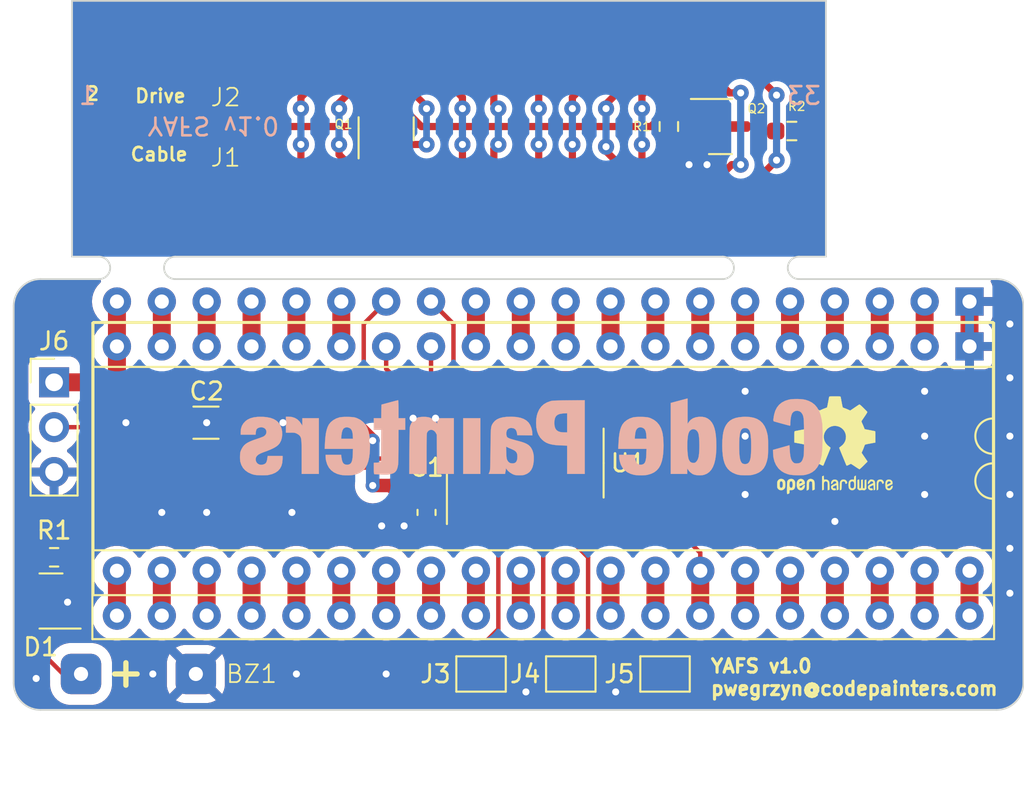
<source format=kicad_pcb>
(kicad_pcb (version 20221018) (generator pcbnew)
  (layers (0 "F.Cu" signal) (31 "B.Cu" signal) (34 "B.Paste" user) (35 "F.Paste" user) (36 "B.SilkS" user "B.Silkscreen") (37 "F.SilkS" user "F.Silkscreen") (38 "B.Mask" user) (39 "F.Mask" user) (44 "Edge.Cuts" user))
  (net 0 "")
  (net 1 "/~{SEL0}")
  (net 2 "/~{MTRON}")
  (net 3 "Net-(Q1-D)")
  (net 4 "GND")
  (net 5 "Net-(Q2-D)")
  (net 6 "/~{RDY}")
  (net 7 "Net-(J1-Pin_2)")
  (net 8 "Net-(J1-Pin_4)")
  (net 9 "Net-(J1-Pin_6)")
  (net 10 "Net-(J1-Pin_8)")
  (net 11 "Net-(J1-Pin_12)")
  (net 12 "Net-(J1-Pin_14)")
  (net 13 "Net-(J1-Pin_18)")
  (net 14 "Net-(J1-Pin_20)")
  (net 15 "Net-(J1-Pin_22)")
  (net 16 "Net-(J1-Pin_24)")
  (net 17 "Net-(J1-Pin_26)")
  (net 18 "Net-(J1-Pin_28)")
  (net 19 "Net-(J1-Pin_30)")
  (net 20 "Net-(J1-Pin_32)")
  (net 21 "VCC")
  (net 22 "/P2")
  (net 23 "/P3")
  (net 24 "/P4")
  (net 25 "/P5")
  (net 26 "/P6")
  (net 27 "/P7")
  (net 28 "/P8")
  (net 29 "/P9")
  (net 30 "/P10")
  (net 31 "/P11")
  (net 32 "/P12")
  (net 33 "/P15")
  (net 34 "/P16")
  (net 35 "/P17")
  (net 36 "/P18")
  (net 37 "/P19")
  (net 38 "/P21")
  (net 39 "/P22")
  (net 40 "/P23")
  (net 41 "/P24")
  (net 42 "/P25")
  (net 43 "/P26")
  (net 44 "/P27")
  (net 45 "/P28")
  (net 46 "/P29")
  (net 47 "/P30")
  (net 48 "/P31")
  (net 49 "/P32")
  (net 50 "/P33")
  (net 51 "/~{RES}")
  (net 52 "/P35")
  (net 53 "/P36")
  (net 54 "/P37")
  (net 55 "/P38")
  (net 56 "/P39")
  (net 57 "/P40")
  (net 58 "/BZR")
  (net 59 "/CFG1")
  (net 60 "/CFG2")
  (net 61 "/CFG3")
  (net 62 "/UPDI")
  (net 64 "Net-(BZ1--)")
  (net 65 "/SEL0_OUT")
  (net 66 "/SEL1_OUT")
  (net 67 "/SEL0_IN")
  (net 68 "/SEL1_IN")
  (footprint "Jumper:SolderJumper-2_P1.3mm_Open_TrianglePad1.0x1.5mm" (layer "F.Cu") (at 62.013 62.23)
    (fp_text reference "J5")
    (fp_text value "CFG3")
  )
  (footprint "Package_DIP:DIP-40_W15.24mm_Socket" (layer "F.Cu") (at 79.248 43.688 -90)
    (fp_text reference "J2" hide)
    (fp_text value "Socket")
  )
  (footprint "Resistor_SMD:R_0603_1608Metric_Pad0.98x0.95mm_HandSolder" (layer "F.Cu") (at 62.23 31.242 -90)
    (fp_text reference "R1")
    (fp_text value "10k" hide)
  )
  (footprint "Package_TO_SOT_SMD:SOT-23" (layer "F.Cu") (at 65.151 31.242)
    (fp_text reference "Q2")
    (fp_text value "BSS123" hide)
  )
  (footprint "Package_TO_SOT_SMD:SOT-23" (layer "F.Cu") (at 27.2565 58.1 180)
    (fp_text reference "D1")
    (fp_text value "BAT54C")
  )
  (footprint "Connector_PinHeader_2.54mm:PinHeader_1x03_P2.54mm_Vertical" (layer "F.Cu") (at 27.432 45.72)
    (fp_text reference "J6")
    (fp_text value "UPDI")
  )
  (footprint "Resistor_SMD:R_0603_1608Metric" (layer "F.Cu") (at 27.432 55.626 180)
    (fp_text reference "R1")
    (fp_text value "120R")
  )
  (footprint "Package_SO:SOIC-14_3.9x8.7mm_P1.27mm" (layer "F.Cu") (at 54.102 50.292 90)
    (fp_text reference "U1")
    (fp_text value "ATtiny404-SS")
  )
  (footprint "amiboot:buzzer" (layer "F.Cu") (at 28.956 62.23)
    (fp_text reference "BZ1")
    (fp_text value "Buzzer")
  )
  (footprint "Capacitor_SMD:C_1206_3216Metric_Pad1.33x1.80mm_HandSolder" (layer "F.Cu") (at 36.0295 48.006)
    (fp_text reference "C2")
    (fp_text value "1uF")
  )
  (footprint "Jumper:SolderJumper-2_P1.3mm_Open_TrianglePad1.0x1.5mm" (layer "F.Cu") (at 56.679 62.23)
    (fp_text reference "J4")
    (fp_text value "CFG2")
  )
  (footprint "Package_TO_SOT_SMD:SOT-23" (layer "F.Cu") (at 46.228 31.369 90)
    (fp_text reference "Q1")
    (fp_text value "DMG2301L" hide)
  )
  (footprint "Jumper:SolderJumper-2_P1.3mm_Open_TrianglePad1.0x1.5mm" (layer "F.Cu") (at 51.599 62.23)
    (fp_text reference "J3")
    (fp_text value "CFG1")
  )
  (footprint "Capacitor_SMD:C_0603_1608Metric_Pad1.08x0.95mm_HandSolder" (layer "F.Cu") (at 48.514 53.086 -90)
    (fp_text reference "C1")
    (fp_text value "100nF")
  )
  (footprint "Resistor_SMD:R_0603_1608Metric_Pad0.98x0.95mm_HandSolder" (layer "F.Cu") (at 69.1915 31.496)
    (fp_text reference "R2")
    (fp_text value "100R" hide)
  )
  (footprint "Package_DIP:DIP-40_W15.24mm" (layer "F.Cu") (at 79.248 41.148 -90)
    (fp_text reference "J1" hide)
    (fp_text value "Pins")
  )
  (footprint "Symbol:OSHW-Logo2_7.3x6mm_SilkScreen" (layer "F.Cu") (at 71.628 49.276)
    (fp_text reference "REF**" hide)
    (fp_text value "OSHW-Logo2_7.3x6mm_SilkScreen" hide)
  )
  (footprint "amiboot:logo" (layer "B.Cu") (at 54.102 50.292 180)
    (fp_text reference "REF**" hide)
    (fp_text value "logo" hide)
  )
  (footprint "pcb_df1:idc34_edge" (layer "B.Cu") (at 29.464 36.322 -90)
    (fp_text reference "J1")
    (fp_text value "Cable" hide)
  )
  (footprint "pcb_df1:idc34_edge" (layer "B.Cu") (at 29.464 26.416 -90)
    (fp_text reference "J2")
    (fp_text value "Floppy" hide)
  )
  (gr_line (start 65.278 39.878) (end 34.29 39.878) (stroke (width 0.1016)) (layer "Edge.Cuts"))
  (gr_line (start 29.972 39.878) (end 26.67 39.878) (stroke (width 0.1016)) (layer "Edge.Cuts"))
  (gr_arc (start 34.29 39.878) (mid 33.655 39.243) (end 34.29 38.608) (stroke (width 0.1016)) (layer "Edge.Cuts"))
  (gr_arc (start 80.772 39.878) (mid 81.84963 40.324369) (end 82.296 41.402) (stroke (width 0.1016)) (layer "Edge.Cuts"))
  (gr_line (start 29.972 38.608) (end 28.448 38.608) (stroke (width 0.1)) (layer "Edge.Cuts"))
  (gr_arc (start 29.972 38.608) (mid 30.607 39.243) (end 29.972 39.878) (stroke (width 0.1016)) (layer "Edge.Cuts"))
  (gr_arc (start 65.278 38.608) (mid 65.913 39.243) (end 65.278 39.878) (stroke (width 0.1016)) (layer "Edge.Cuts"))
  (gr_line (start 34.29 38.608) (end 65.278 38.608) (stroke (width 0.1)) (layer "Edge.Cuts"))
  (gr_arc (start 25.146 41.402) (mid 25.592369 40.32437) (end 26.67 39.878) (stroke (width 0.1016)) (layer "Edge.Cuts"))
  (gr_line (start 80.772 39.878) (end 69.596 39.878) (stroke (width 0.1016)) (layer "Edge.Cuts"))
  (gr_arc (start 26.67 64.262) (mid 25.59237 63.815631) (end 25.146 62.738) (stroke (width 0.1016)) (layer "Edge.Cuts"))
  (gr_arc (start 69.596 39.878) (mid 68.961 39.243) (end 69.596 38.608) (stroke (width 0.1016)) (layer "Edge.Cuts"))
  (gr_line (start 82.296 41.402) (end 82.296 62.738) (stroke (width 0.1016)) (layer "Edge.Cuts"))
  (gr_line (start 28.448 24.13) (end 28.448 38.608) (stroke (width 0.1)) (layer "Edge.Cuts"))
  (gr_line (start 80.772 64.262) (end 26.67 64.262) (stroke (width 0.1016)) (layer "Edge.Cuts"))
  (gr_line (start 69.596 38.608) (end 71.12 38.608) (stroke (width 0.1)) (layer "Edge.Cuts"))
  (gr_line (start 25.146 62.738) (end 25.146 41.402) (stroke (width 0.1016)) (layer "Edge.Cuts"))
  (gr_line (start 71.12 38.608) (end 71.12 24.13) (stroke (width 0.1)) (layer "Edge.Cuts"))
  (gr_arc (start 82.296 62.738) (mid 81.849631 63.81563) (end 80.772 64.262) (stroke (width 0.1016)) (layer "Edge.Cuts"))
  (gr_line (start 71.12 24.13) (end 28.448 24.13) (stroke (width 0.1)) (layer "Edge.Cuts"))
  (gr_text "33\n" (at 70.922 30.084) (layer "B.SilkS") (effects (font (size 1 1)) (justify left bottom mirror)))
  (gr_text "YAFS v1.0" (at 32.639 30.607 180) (layer "B.SilkS") (effects (font (size 1 1)) (justify left bottom mirror)))
  (gr_text "1" (at 29.901 30.084) (layer "B.SilkS") (effects (font (size 1 1)) (justify left bottom mirror)))
  (gr_text "YAFS v1.0" (at 64.516 62.23) (layer "F.SilkS") (effects (font (size 0.762 0.762) (thickness 0.1778) bold) (justify left bottom)))
  (gr_text "2" (at 29.139 29.83) (layer "F.SilkS") (effects (font (size 0.762 0.762) (thickness 0.1524) bold) (justify left bottom)))
  (gr_text "Drive\n" (at 31.933 29.957) (layer "F.SilkS") (effects (font (size 0.762 0.762) (thickness 0.1524) bold) (justify left bottom)))
  (gr_text "pwegrzyn@codepainters.com" (at 64.516 63.5) (layer "F.SilkS") (effects (font (size 0.762 0.762) (thickness 0.1778) bold) (justify left bottom)))
  (gr_text "Cable" (at 31.679 33.259) (layer "F.SilkS") (effects (font (size 0.762 0.762) (thickness 0.1524) bold) (justify left bottom)))
  (segment (start 44.323 31.242) (end 39.624 31.242) (width 0.4064) (layer "F.Cu") (net 1))
  (segment (start 45.278 32.3065) (end 45.278 32.197) (width 0.25) (layer "F.Cu") (net 1))
  (segment (start 39.624 36.322) (end 39.624 31.242) (width 0.4064) (layer "F.Cu") (net 1))
  (segment (start 39.624 31.242) (end 39.624 26.162) (width 0.4064) (layer "F.Cu") (net 1))
  (segment (start 45.278 32.197) (end 44.323 31.242) (width 0.4064) (layer "F.Cu") (net 1))
  (segment (start 48.514 32.258) (end 47.2265 32.258) (width 0.4064) (layer "F.Cu") (net 2))
  (segment (start 47.178 36.256) (end 47.178 32.3065) (width 0.381) (layer "F.Cu") (net 2))
  (segment (start 47.244 36.322) (end 47.178 36.256) (width 0.25) (layer "F.Cu") (net 2))
  (segment (start 47.2265 32.258) (end 47.178 32.3065) (width 0.4064) (layer "F.Cu") (net 2))
  (segment (start 48.514 30.226) (end 48.514 30.099) (width 0.381) (layer "F.Cu") (net 2))
  (segment (start 47.244 28.829) (end 47.244 26.416) (width 0.381) (layer "F.Cu") (net 2))
  (segment (start 48.514 30.099) (end 47.244 28.829) (width 0.381) (layer "F.Cu") (net 2))
  (via (at 48.514 30.226) (size 0.9144) (drill 0.4) (layers "F.Cu" "B.Cu") (net 2))
  (via (at 48.514 32.258) (size 0.9144) (drill 0.4) (layers "F.Cu" "B.Cu") (net 2))
  (segment (start 48.514 30.226) (end 48.514 32.258) (width 0.381) (layer "B.Cu") (net 2))
  (segment (start 48.22075 31.242) (end 47.41025 30.4315) (width 0.4064) (layer "F.Cu") (net 3))
  (segment (start 64.2135 30.292) (end 62.164 30.292) (width 0.4064) (layer "F.Cu") (net 3))
  (segment (start 61.214 31.242) (end 48.22075 31.242) (width 0.4064) (layer "F.Cu") (net 3))
  (segment (start 47.41025 30.4315) (end 46.228 30.4315) (width 0.4064) (layer "F.Cu") (net 3))
  (segment (start 62.164 30.292) (end 61.214 31.242) (width 0.4064) (layer "F.Cu") (net 3))
  (segment (start 48.514 53.9485) (end 47.3445 53.9485) (width 0.25) (layer "F.Cu") (net 4))
  (segment (start 63.373 32.192) (end 62.3945 32.192) (width 0.4064) (layer "F.Cu") (net 4))
  (segment (start 62.3945 32.192) (end 62.357 32.1545) (width 0.25) (layer "F.Cu") (net 4))
  (segment (start 45.974 53.848) (end 47.244 53.848) (width 0.25) (layer "F.Cu") (net 4))
  (segment (start 47.3445 53.9485) (end 47.244 53.848) (width 0.25) (layer "F.Cu") (net 4))
  (segment (start 63.373 32.192) (end 63.373 33.401) (width 0.4064) (layer "F.Cu") (net 4))
  (segment (start 50.227 47.752) (end 50.292 47.817) (width 0.25) (layer "F.Cu") (net 4))
  (segment (start 64.2135 32.192) (end 63.373 32.192) (width 0.4064) (layer "F.Cu") (net 4))
  (segment (start 49.022 47.752) (end 50.227 47.752) (width 0.25) (layer "F.Cu") (net 4))
  (segment (start 79.248 41.148) (end 79.248 43.688) (width 1.016) (layer "F.Cu") (net 4))
  (segment (start 64.389 33.401) (end 63.373 33.401) (width 0.4064) (layer "F.Cu") (net 4))
  (via (at 33.02 62.23) (size 0.8) (drill 0.4) (layers "F.Cu" "B.Cu") (net 4))
  (via (at 81.534 57.658) (size 0.8) (drill 0.4) (layers "F.Cu" "B.Cu") (net 4))
  (via (at 36.068 53.086) (size 0.8) (drill 0.4) (layers "F.Cu" "B.Cu") (net 4))
  (via (at 59.219 63.246) (size 0.8) (drill 0.4) (layers "F.Cu" "B.Cu") (net 4))
  (via (at 36.068 48.006) (size 0.8) (drill 0.4) (layers "F.Cu" "B.Cu") (net 4))
  (via (at 40.894 53.086) (size 0.8) (drill 0.4) (layers "F.Cu" "B.Cu") (net 4))
  (via (at 28.194 58.166) (size 0.8) (drill 0.4) (layers "F.Cu" "B.Cu") (net 4))
  (via (at 81.534 45.466) (size 0.8) (drill 0.4) (layers "F.Cu" "B.Cu") (net 4))
  (via (at 66.548 48.768) (size 0.8) (drill 0.4) (layers "F.Cu" "B.Cu") (net 4))
  (via (at 64.389 33.401) (size 0.9144) (drill 0.4) (layers "F.Cu" "B.Cu") (net 4))
  (via (at 40.386 48.006) (size 0.8) (drill 0.4) (layers "F.Cu" "B.Cu") (net 4))
  (via (at 76.708 46.228) (size 0.8) (drill 0.4) (layers "F.Cu" "B.Cu") (net 4))
  (via (at 81.534 55.118) (size 0.8) (drill 0.4) (layers "F.Cu" "B.Cu") (net 4))
  (via (at 31.496 48.006) (size 0.8) (drill 0.4) (layers "F.Cu" "B.Cu") (net 4))
  (via (at 81.534 52.07) (size 0.8) (drill 0.4) (layers "F.Cu" "B.Cu") (net 4))
  (via (at 76.708 48.768) (size 0.8) (drill 0.4) (layers "F.Cu" "B.Cu") (net 4))
  (via (at 33.528 53.086) (size 0.8) (drill 0.4) (layers "F.Cu" "B.Cu") (net 4))
  (via (at 49.022 47.752) (size 0.8) (drill 0.4) (layers "F.Cu" "B.Cu") (net 4))
  (via (at 66.548 46.228) (size 0.8) (drill 0.4) (layers "F.Cu" "B.Cu") (net 4))
  (via (at 47.244 53.848) (size 0.8) (drill 0.4) (layers "F.Cu" "B.Cu") (net 4))
  (via (at 76.708 52.07) (size 0.8) (drill 0.4) (layers "F.Cu" "B.Cu") (net 4))
  (via (at 63.373 33.401) (size 0.9144) (drill 0.4) (layers "F.Cu" "B.Cu") (net 4))
  (via (at 46.228 62.23) (size 0.8) (drill 0.4) (layers "F.Cu" "B.Cu") (net 4))
  (via (at 71.628 53.594) (size 0.8) (drill 0.4) (layers "F.Cu" "B.Cu") (net 4))
  (via (at 26.416 62.484) (size 0.8) (drill 0.4) (layers "F.Cu" "B.Cu") (net 4))
  (via (at 47.752 47.752) (size 0.8) (drill 0.4) (layers "F.Cu" "B.Cu") (net 4))
  (via (at 66.548 52.07) (size 0.8) (drill 0.4) (layers "F.Cu" "B.Cu") (net 4))
  (via (at 81.534 42.418) (size 0.8) (drill 0.4) (layers "F.Cu" "B.Cu") (net 4))
  (via (at 41.148 62.23) (size 0.8) (drill 0.4) (layers "F.Cu" "B.Cu") (net 4))
  (via (at 81.534 48.768) (size 0.8) (drill 0.4) (layers "F.Cu" "B.Cu") (net 4))
  (via (at 45.974 53.848) (size 0.8) (drill 0.4) (layers "F.Cu" "B.Cu") (net 4))
  (via (at 54.139 63.246) (size 0.8) (drill 0.4) (layers "F.Cu" "B.Cu") (net 4))
  (segment (start 67.31 31.496) (end 68.279 31.496) (width 0.4064) (layer "F.Cu") (net 5))
  (segment (start 67.056 31.242) (end 67.31 31.496) (width 0.4064) (layer "F.Cu") (net 5))
  (segment (start 66.0885 31.242) (end 67.056 31.242) (width 0.4064) (layer "F.Cu") (net 5))
  (segment (start 70.104 31.496) (end 70.104 27.051) (width 0.508) (layer "F.Cu") (net 6))
  (segment (start 70.104 36.322) (end 70.104 31.496) (width 0.508) (layer "F.Cu") (net 6))
  (segment (start 29.464 36.322) (end 29.464 26.416) (width 0.4064) (layer "F.Cu") (net 7))
  (segment (start 32.004 36.322) (end 32.004 26.416) (width 0.4064) (layer "F.Cu") (net 8))
  (segment (start 34.544 36.322) (end 34.544 26.416) (width 0.4064) (layer "F.Cu") (net 9))
  (segment (start 37.084 36.322) (end 37.084 26.416) (width 0.4064) (layer "F.Cu") (net 10))
  (segment (start 41.402 30.226) (end 41.402 29.591) (width 0.4064) (layer "F.Cu") (net 11))
  (segment (start 41.402 29.591) (end 42.164 28.829) (width 0.4064) (layer "F.Cu") (net 11))
  (segment (start 41.402 33.147) (end 42.164 33.909) (width 0.4064) (layer "F.Cu") (net 11))
  (segment (start 42.164 28.829) (end 42.164 26.416) (width 0.4064) (layer "F.Cu") (net 11))
  (segment (start 41.402 32.258) (end 41.402 33.147) (width 0.4064) (layer "F.Cu") (net 11))
  (segment (start 42.164 33.909) (end 42.164 36.322) (width 0.4064) (layer "F.Cu") (net 11))
  (via (at 41.402 30.226) (size 0.9144) (drill 0.4) (layers "F.Cu" "B.Cu") (net 11))
  (via (at 41.402 32.258) (size 0.9144) (drill 0.4) (layers "F.Cu" "B.Cu") (net 11))
  (segment (start 41.402 30.226) (end 41.402 32.258) (width 0.4064) (layer "B.Cu") (net 11))
  (segment (start 44.704 33.9725) (end 43.561 32.8295) (width 0.4064) (layer "F.Cu") (net 12))
  (segment (start 43.561 30.226) (end 43.561 29.9085) (width 0.4064) (layer "F.Cu") (net 12))
  (segment (start 43.561 29.9085) (end 44.704 28.7655) (width 0.4064) (layer "F.Cu") (net 12))
  (segment (start 44.704 36.322) (end 44.704 33.9725) (width 0.4064) (layer "F.Cu") (net 12))
  (segment (start 43.561 32.8295) (end 43.561 32.258) (width 0.4064) (layer "F.Cu") (net 12))
  (segment (start 44.704 28.7655) (end 44.704 26.416) (width 0.4064) (layer "F.Cu") (net 12))
  (via (at 43.561 30.226) (size 0.9144) (drill 0.4) (layers "F.Cu" "B.Cu") (net 12))
  (via (at 43.561 32.258) (size 0.9144) (drill 0.4) (layers "F.Cu" "B.Cu") (net 12))
  (segment (start 43.561 32.258) (end 43.561 30.226) (width 0.4064) (layer "B.Cu") (net 12))
  (segment (start 50.546 30.226) (end 50.546 29.591) (width 0.4064) (layer "F.Cu") (net 13))
  (segment (start 50.546 32.258) (end 50.546 33.147) (width 0.4064) (layer "F.Cu") (net 13))
  (segment (start 49.784 28.829) (end 49.784 26.416) (width 0.4064) (layer "F.Cu") (net 13))
  (segment (start 49.784 33.909) (end 49.784 36.322) (width 0.4064) (layer "F.Cu") (net 13))
  (segment (start 50.546 33.147) (end 49.784 33.909) (width 0.4064) (layer "F.Cu") (net 13))
  (segment (start 50.546 29.591) (end 49.784 28.829) (width 0.4064) (layer "F.Cu") (net 13))
  (via (at 50.546 30.226) (size 0.9144) (drill 0.4) (layers "F.Cu" "B.Cu") (net 13))
  (via (at 50.546 32.258) (size 0.9144) (drill 0.4) (layers "F.Cu" "B.Cu") (net 13))
  (segment (start 50.546 30.226) (end 50.546 32.258) (width 0.4064) (layer "B.Cu") (net 13))
  (segment (start 52.324 29.972) (end 52.324 26.67) (width 0.4064) (layer "F.Cu") (net 14))
  (segment (start 52.578 30.226) (end 52.324 29.972) (width 0.4064) (layer "F.Cu") (net 14))
  (segment (start 52.324 36.322) (end 52.324 32.512) (width 0.4064) (layer "F.Cu") (net 14))
  (segment (start 52.324 32.512) (end 52.578 32.258) (width 0.4064) (layer "F.Cu") (net 14))
  (via (at 52.578 30.226) (size 0.9144) (drill 0.4) (layers "F.Cu" "B.Cu") (net 14))
  (via (at 52.578 32.258) (size 0.9144) (drill 0.4) (layers "F.Cu" "B.Cu") (net 14))
  (segment (start 52.578 30.226) (end 52.578 32.258) (width 0.4064) (layer "B.Cu") (net 14))
  (segment (start 54.864 30.226) (end 54.864 26.67) (width 0.4064) (layer "F.Cu") (net 15))
  (segment (start 54.864 36.322) (end 54.864 32.258) (width 0.4064) (layer "F.Cu") (net 15))
  (via (at 54.864 32.258) (size 0.9144) (drill 0.4) (layers "F.Cu" "B.Cu") (net 15))
  (via (at 54.864 30.226) (size 0.9144) (drill 0.4) (layers "F.Cu" "B.Cu") (net 15))
  (segment (start 54.864 32.258) (end 54.864 30.226) (width 0.4064) (layer "B.Cu") (net 15))
  (segment (start 57.404 33.909) (end 57.404 36.322) (width 0.4064) (layer "F.Cu") (net 16))
  (segment (start 56.769 33.274) (end 57.404 33.909) (width 0.4064) (layer "F.Cu") (net 16))
  (segment (start 56.769 29.591) (end 57.404 28.956) (width 0.4064) (layer "F.Cu") (net 16))
  (segment (start 56.769 30.226) (end 56.769 29.591) (width 0.4064) (layer "F.Cu") (net 16))
  (segment (start 57.404 28.956) (end 57.404 26.67) (width 0.4064) (layer "F.Cu") (net 16))
  (segment (start 56.769 32.258) (end 56.769 33.274) (width 0.4064) (layer "F.Cu") (net 16))
  (via (at 56.769 32.258) (size 0.9144) (drill 0.4) (layers "F.Cu" "B.Cu") (net 16))
  (via (at 56.769 30.226) (size 0.9144) (drill 0.4) (layers "F.Cu" "B.Cu") (net 16))
  (segment (start 56.769 30.226) (end 56.769 32.258) (width 0.4064) (layer "B.Cu") (net 16))
  (segment (start 59.944 28.702) (end 59.944 26.67) (width 0.4064) (layer "F.Cu") (net 17))
  (segment (start 58.674 30.226) (end 58.674 29.972) (width 0.4064) (layer "F.Cu") (net 17))
  (segment (start 58.674 32.639) (end 59.944 33.909) (width 0.4064) (layer "F.Cu") (net 17))
  (segment (start 58.674 32.385) (end 58.674 32.639) (width 0.4064) (layer "F.Cu") (net 17))
  (segment (start 58.674 29.972) (end 59.944 28.702) (width 0.4064) (layer "F.Cu") (net 17))
  (segment (start 59.944 33.909) (end 59.944 36.322) (width 0.4064) (layer "F.Cu") (net 17))
  (via (at 58.674 30.226) (size 0.9144) (drill 0.4) (layers "F.Cu" "B.Cu") (net 17))
  (via (at 58.674 32.385) (size 0.9144) (drill 0.4) (layers "F.Cu" "B.Cu") (net 17))
  (segment (start 58.674 30.226) (end 58.674 32.385) (width 0.4064) (layer "B.Cu") (net 17))
  (segment (start 60.706 33.147) (end 61.087 33.528) (width 0.4064) (layer "F.Cu") (net 18))
  (segment (start 62.484 34.0995) (end 62.484 36.322) (width 0.4064) (layer "F.Cu") (net 18))
  (segment (start 61.9125 33.528) (end 62.484 34.0995) (width 0.4064) (layer "F.Cu") (net 18))
  (segment (start 62.484 28.829) (end 62.484 26.416) (width 0.4064) (layer "F.Cu") (net 18))
  (segment (start 62.23 29.083) (end 62.484 28.829) (width 0.4064) (layer "F.Cu") (net 18))
  (segment (start 61.087 29.083) (end 62.23 29.083) (width 0.4064) (layer "F.Cu") (net 18))
  (segment (start 60.706 29.464) (end 61.087 29.083) (width 0.4064) (layer "F.Cu") (net 18))
  (segment (start 60.706 32.258) (end 60.706 33.147) (width 0.4064) (layer "F.Cu") (net 18))
  (segment (start 61.087 33.528) (end 61.9125 33.528) (width 0.4064) (layer "F.Cu") (net 18))
  (segment (start 60.706 30.226) (end 60.706 29.464) (width 0.4064) (layer "F.Cu") (net 18))
  (via (at 60.706 30.226) (size 0.9144) (drill 0.4) (layers "F.Cu" "B.Cu") (net 18))
  (via (at 60.706 32.258) (size 0.9144) (drill 0.4) (layers "F.Cu" "B.Cu") (net 18))
  (segment (start 60.706 30.226) (end 60.706 32.258) (width 0.4064) (layer "B.Cu") (net 18))
  (segment (start 65.024 28.702) (end 65.024 26.416) (width 0.4064) (layer "F.Cu") (net 19))
  (segment (start 65.659 29.337) (end 65.024 28.702) (width 0.4064) (layer "F.Cu") (net 19))
  (segment (start 65.786 33.401) (end 65.024 34.163) (width 0.4064) (layer "F.Cu") (net 19))
  (segment (start 66.294 29.337) (end 65.659 29.337) (width 0.4064) (layer "F.Cu") (net 19))
  (segment (start 65.024 34.163) (end 65.024 36.322) (width 0.4064) (layer "F.Cu") (net 19))
  (segment (start 66.294 33.401) (end 65.786 33.401) (width 0.4064) (layer "F.Cu") (net 19))
  (via (at 66.294 29.337) (size 0.9144) (drill 0.4) (layers "F.Cu" "B.Cu") (net 19))
  (via (at 66.294 33.401) (size 0.9144) (drill 0.4) (layers "F.Cu" "B.Cu") (net 19))
  (segment (start 66.294 29.337) (end 66.294 33.401) (width 0.4064) (layer "B.Cu") (net 19))
  (segment (start 68.326 33.147) (end 67.564 33.909) (width 0.4064) (layer "F.Cu") (net 20))
  (segment (start 67.564 33.909) (end 67.564 36.322) (width 0.4064) (layer "F.Cu") (net 20))
  (segment (start 67.564 28.702) (end 67.564 26.67) (width 0.4064) (layer "F.Cu") (net 20))
  (segment (start 68.326 29.464) (end 67.564 28.702) (width 0.4064) (layer "F.Cu") (net 20))
  (via (at 68.326 33.147) (size 0.9144) (drill 0.4) (layers "F.Cu" "B.Cu") (net 20))
  (via (at 68.326 29.464) (size 0.9144) (drill 0.4) (layers "F.Cu" "B.Cu") (net 20))
  (segment (start 68.326 33.147) (end 68.326 29.464) (width 0.4064) (layer "B.Cu") (net 20))
  (segment (start 34.544 47.929) (end 34.467 48.006) (width 0.762) (layer "F.Cu") (net 21))
  (segment (start 34.544 45.72) (end 34.544 47.929) (width 0.762) (layer "F.Cu") (net 21))
  (segment (start 30.988 41.148) (end 30.988 43.688) (width 1.016) (layer "F.Cu") (net 21))
  (segment (start 48.514 52.2235) (end 48.6145 52.324) (width 0.25) (layer "F.Cu") (net 21))
  (segment (start 47.1435 52.2235) (end 48.514 52.2235) (width 0.762) (layer "F.Cu") (net 21))
  (segment (start 30.988 43.688) (end 30.988 45.72) (width 1.016) (layer "F.Cu") (net 21))
  (segment (start 30.988 45.72) (end 27.432 45.72) (width 1.016) (layer "F.Cu") (net 21))
  (segment (start 45.466 51.562) (end 46.482 51.562) (width 0.762) (layer "F.Cu") (net 21))
  (segment (start 46.482 51.562) (end 47.1435 52.2235) (width 0.762) (layer "F.Cu") (net 21))
  (segment (start 48.6145 52.324) (end 49.849 52.324) (width 0.25) (layer "F.Cu") (net 21))
  (segment (start 34.544 45.72) (end 30.988 45.72) (width 0.762) (layer "F.Cu") (net 21))
  (segment (start 45.466 49.022) (end 42.164 45.72) (width 0.762) (layer "F.Cu") (net 21))
  (segment (start 42.164 45.72) (end 34.544 45.72) (width 0.762) (layer "F.Cu") (net 21))
  (segment (start 49.849 52.324) (end 50.292 52.767) (width 0.25) (layer "F.Cu") (net 21))
  (via (at 45.466 49.022) (size 0.8) (drill 0.4) (layers "F.Cu" "B.Cu") (net 21))
  (via (at 45.466 51.562) (size 0.8) (drill 0.4) (layers "F.Cu" "B.Cu") (net 21))
  (segment (start 45.466 49.022) (end 45.466 51.562) (width 0.762) (layer "B.Cu") (net 21))
  (segment (start 76.708 41.148) (end 76.708 43.688) (width 1.016) (layer "F.Cu") (net 22))
  (segment (start 74.168 41.148) (end 74.168 43.688) (width 1.016) (layer "F.Cu") (net 23))
  (segment (start 71.628 41.148) (end 71.628 43.688) (width 1.016) (layer "F.Cu") (net 24))
  (segment (start 69.088 41.148) (end 69.088 43.688) (width 1.016) (layer "F.Cu") (net 25))
  (segment (start 66.548 41.148) (end 66.548 43.688) (width 1.016) (layer "F.Cu") (net 26))
  (segment (start 64.008 41.148) (end 64.008 43.688) (width 1.016) (layer "F.Cu") (net 27))
  (segment (start 61.468 41.148) (end 61.468 43.688) (width 1.016) (layer "F.Cu") (net 28))
  (segment (start 58.928 41.148) (end 58.928 43.688) (width 1.016) (layer "F.Cu") (net 29))
  (segment (start 56.388 41.148) (end 56.388 43.688) (width 1.016) (layer "F.Cu") (net 30))
  (segment (start 53.848 41.148) (end 53.848 43.688) (width 1.016) (layer "F.Cu") (net 31))
  (segment (start 51.308 41.148) (end 51.308 43.688) (width 1.016) (layer "F.Cu") (net 32))
  (segment (start 43.688 41.148) (end 43.688 43.688) (width 1.016) (layer "F.Cu") (net 33))
  (segment (start 41.148 41.148) (end 41.148 43.688) (width 1.016) (layer "F.Cu") (net 34))
  (segment (start 38.608 41.148) (end 38.608 43.688) (width 1.016) (layer "F.Cu") (net 35))
  (segment (start 36.068 41.148) (end 36.068 43.688) (width 1.016) (layer "F.Cu") (net 36))
  (segment (start 33.528 41.148) (end 33.528 43.688) (width 1.016) (layer "F.Cu") (net 37))
  (segment (start 30.988 56.388) (end 30.988 58.928) (width 1.016) (layer "F.Cu") (net 38))
  (segment (start 33.528 56.388) (end 33.528 58.928) (width 1.016) (layer "F.Cu") (net 39))
  (segment (start 36.068 56.388) (end 36.068 58.928) (width 1.016) (layer "F.Cu") (net 40))
  (segment (start 38.608 56.388) (end 38.608 58.928) (width 1.016) (layer "F.Cu") (net 41))
  (segment (start 41.148 56.388) (end 41.148 58.928) (width 1.016) (layer "F.Cu") (net 42))
  (segment (start 43.688 56.388) (end 43.688 58.928) (width 1.016) (layer "F.Cu") (net 43))
  (segment (start 46.228 56.388) (end 46.228 58.928) (width 1.016) (layer "F.Cu") (net 44))
  (segment (start 48.768 56.388) (end 48.768 58.928) (width 1.016) (layer "F.Cu") (net 45))
  (segment (start 51.308 56.388) (end 51.308 58.928) (width 1.016) (layer "F.Cu") (net 46))
  (segment (start 53.848 56.388) (end 53.848 58.928) (width 1.016) (layer "F.Cu") (net 47))
  (segment (start 56.388 56.388) (end 56.388 58.928) (width 1.016) (layer "F.Cu") (net 48))
  (segment (start 58.928 56.388) (end 58.928 58.928) (width 1.016) (layer "F.Cu") (net 49))
  (segment (start 61.468 56.388) (end 61.468 58.928) (width 1.016) (layer "F.Cu") (net 50))
  (segment (start 56.642 52.767) (end 56.642 53.848) (width 0.25) (layer "F.Cu") (net 51))
  (segment (start 56.642 53.848) (end 57.404 54.61) (width 0.25) (layer "F.Cu") (net 51))
  (segment (start 64.008 58.928) (end 64.008 56.388) (width 1.016) (layer "F.Cu") (net 51))
  (segment (start 57.404 54.61) (end 63.246 54.61) (width 0.25) (layer "F.Cu") (net 51))
  (segment (start 64.008 55.372) (end 64.008 56.388) (width 0.25) (layer "F.Cu") (net 51))
  (segment (start 63.246 54.61) (end 64.008 55.372) (width 0.25) (layer "F.Cu") (net 51))
  (segment (start 66.548 56.388) (end 66.548 58.928) (width 1.016) (layer "F.Cu") (net 52))
  (segment (start 69.088 56.388) (end 69.088 58.928) (width 1.016) (layer "F.Cu") (net 53))
  (segment (start 71.628 56.388) (end 71.628 58.928) (width 1.016) (layer "F.Cu") (net 54))
  (segment (start 74.168 56.388) (end 74.168 58.928) (width 1.016) (layer "F.Cu") (net 55))
  (segment (start 76.708 56.388) (end 76.708 58.928) (width 1.016) (layer "F.Cu") (net 56))
  (segment (start 79.248 56.388) (end 79.248 58.928) (width 1.016) (layer "F.Cu") (net 57))
  (segment (start 33.337 50.546) (end 28.257 55.626) (width 0.25) (layer "F.Cu") (net 58))
  (segment (start 56.642 50.546) (end 33.337 50.546) (width 0.25) (layer "F.Cu") (net 58))
  (segment (start 57.912 49.276) (end 56.642 50.546) (width 0.25) (layer "F.Cu") (net 58))
  (segment (start 57.912 47.817) (end 57.912 49.276) (width 0.25) (layer "F.Cu") (net 58))
  (segment (start 50.837 61.431) (end 50.837 62.193) (width 0.25) (layer "F.Cu") (net 59))
  (segment (start 52.578 54.61) (end 52.578 59.69) (width 0.25) (layer "F.Cu") (net 59))
  (segment (start 52.832 54.356) (end 52.578 54.61) (width 0.25) (layer "F.Cu") (net 59))
  (segment (start 52.578 59.69) (end 50.837 61.431) (width 0.25) (layer "F.Cu") (net 59))
  (segment (start 52.832 52.767) (end 52.832 54.356) (width 0.25) (layer "F.Cu") (net 59))
  (segment (start 50.837 62.193) (end 50.874 62.23) (width 0.25) (layer "F.Cu") (net 59))
  (segment (start 54.102 54.102) (end 55.118 55.118) (width 0.25) (layer "F.Cu") (net 60))
  (segment (start 55.118 61.394) (end 55.954 62.23) (width 0.25) (layer "F.Cu") (net 60))
  (segment (start 55.118 55.118) (end 55.118 61.394) (width 0.25) (layer "F.Cu") (net 60))
  (segment (start 54.102 52.767) (end 54.102 54.102) (width 0.25) (layer "F.Cu") (net 60))
  (segment (start 57.658 55.626) (end 57.658 59.944) (width 0.25) (layer "F.Cu") (net 61))
  (segment (start 56.134 54.61) (end 56.642 54.61) (width 0.25) (layer "F.Cu") (net 61))
  (segment (start 55.372 53.848) (end 56.134 54.61) (width 0.25) (layer "F.Cu") (net 61))
  (segment (start 56.642 54.61) (end 57.658 55.626) (width 0.25) (layer "F.Cu") (net 61))
  (segment (start 57.658 59.944) (end 58.674 60.96) (width 0.25) (layer "F.Cu") (net 61))
  (segment (start 55.372 52.767) (end 55.372 53.848) (width 0.25) (layer "F.Cu") (net 61))
  (segment (start 58.674 60.96) (end 60.018 60.96) (width 0.25) (layer "F.Cu") (net 61))
  (segment (start 60.018 60.96) (end 61.288 62.23) (width 0.25) (layer "F.Cu") (net 61))
  (segment (start 28.956 48.26) (end 27.432 48.26) (width 0.25) (layer "F.Cu") (net 62))
  (segment (start 55.372 49.53) (end 54.864 50.038) (width 0.25) (layer "F.Cu") (net 62))
  (segment (start 55.372 47.817) (end 55.372 49.53) (width 0.25) (layer "F.Cu") (net 62))
  (segment (start 54.864 50.038) (end 30.734 50.038) (width 0.25) (layer "F.Cu") (net 62))
  (segment (start 30.734 50.038) (end 28.956 48.26) (width 0.25) (layer "F.Cu") (net 62))
  (segment (start 26.607 55.626) (end 26.319 55.914) (width 0.25) (layer "F.Cu") (net 64))
  (segment (start 27.94 62.23) (end 28.956 62.23) (width 0.25) (layer "F.Cu") (net 64))
  (segment (start 26.319 58.1) (end 26.319 60.609) (width 0.25) (layer "F.Cu") (net 64))
  (segment (start 26.319 60.609) (end 27.94 62.23) (width 0.25) (layer "F.Cu") (net 64))
  (segment (start 26.319 55.914) (end 26.319 58.1) (width 0.25) (layer "F.Cu") (net 64))
  (segment (start 50.038 42.418) (end 50.038 44.958) (width 0.25) (layer "F.Cu") (net 65))
  (segment (start 58.166 45.212) (end 59.436 46.482) (width 0.25) (layer "F.Cu") (net 65))
  (segment (start 48.768 41.148) (end 50.038 42.418) (width 0.25) (layer "F.Cu") (net 65))
  (segment (start 59.436 49.784) (end 59.436 46.482) (width 0.25) (layer "F.Cu") (net 65))
  (segment (start 50.038 44.958) (end 50.292 45.212) (width 0.25) (layer "F.Cu") (net 65))
  (segment (start 50.292 45.212) (end 58.166 45.212) (width 0.25) (layer "F.Cu") (net 65))
  (segment (start 57.912 52.767) (end 57.912 51.308) (width 0.25) (layer "F.Cu") (net 65))
  (segment (start 57.912 51.308) (end 59.436 49.784) (width 0.25) (layer "F.Cu") (net 65))
  (segment (start 52.324 49.53) (end 52.832 49.022) (width 0.25) (layer "F.Cu") (net 66))
  (segment (start 52.832 49.022) (end 52.832 47.817) (width 0.25) (layer "F.Cu") (net 66))
  (segment (start 46.228 41.148) (end 44.958 42.418) (width 0.25) (layer "F.Cu") (net 66))
  (segment (start 44.958 46.482) (end 48.006 49.53) (width 0.25) (layer "F.Cu") (net 66))
  (segment (start 48.006 49.53) (end 52.324 49.53) (width 0.25) (layer "F.Cu") (net 66))
  (segment (start 44.958 42.418) (end 44.958 46.482) (width 0.25) (layer "F.Cu") (net 66))
  (segment (start 56.642 46.482) (end 56.642 47.817) (width 0.25) (layer "F.Cu") (net 67))
  (segment (start 54.102 45.974) (end 56.134 45.974) (width 0.25) (layer "F.Cu") (net 67))
  (segment (start 56.134 45.974) (end 56.642 46.482) (width 0.25) (layer "F.Cu") (net 67))
  (segment (start 48.768 45.212) (end 49.276 45.72) (width 0.25) (layer "F.Cu") (net 67))
  (segment (start 49.276 45.72) (end 53.848 45.72) (width 0.25) (layer "F.Cu") (net 67))
  (segment (start 48.768 43.688) (end 48.768 45.212) (width 0.25) (layer "F.Cu") (net 67))
  (segment (start 53.848 45.72) (end 54.102 45.974) (width 0.25) (layer "F.Cu") (net 67))
  (segment (start 46.228 44.958) (end 47.498 46.228) (width 0.25) (layer "F.Cu") (net 68))
  (segment (start 47.498 46.228) (end 53.594 46.228) (width 0.25) (layer "F.Cu") (net 68))
  (segment (start 54.102 46.736) (end 54.102 47.817) (width 0.25) (layer "F.Cu") (net 68))
  (segment (start 46.228 43.688) (end 46.228 44.958) (width 0.25) (layer "F.Cu") (net 68))
  (segment (start 53.594 46.228) (end 54.102 46.736) (width 0.25) (layer "F.Cu") (net 68))
  (zone (net 4) (net_name "GND") (layers "F&B.Cu") (connect_pads (clearance 0.6096)) (min_thickness 0.25) (fill yes (thermal_gap 0.5) (thermal_bridge_width 0.5))
    (polygon (pts (xy 25.146 39.878) (xy 82.296 39.878) (xy 82.296 64.262) (xy 25.146 64.262)))
  )
  (zone (net 4) (net_name "GND") (layer "B.Cu") (connect_pads thru_hole_only (clearance 0.3302)) (min_thickness 0.25) (fill yes (thermal_gap 0.5) (thermal_bridge_width 0.5) (island_removal_mode 1) (island_area_min 9.999999))
    (polygon (pts (xy 28.448 38.608) (xy 28.448 24.13) (xy 71.12 24.13) (xy 71.12 38.608)))
  )
)
</source>
